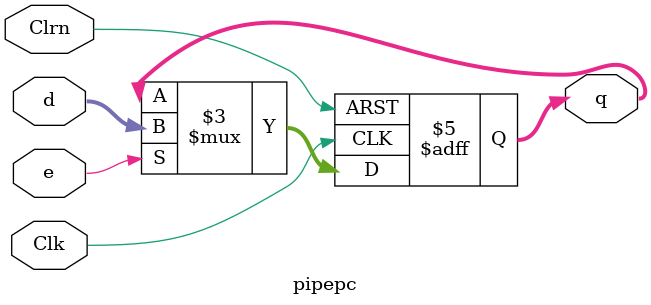
<source format=v>
`timescale 1ns / 1ps
module pipepc(d,e,Clk,Clrn,q);
    input [31:0]d;
    input Clk,Clrn,e;
    output reg [31:0]q;
    always @(posedge Clk or negedge Clrn)    
        if(Clrn == 0)begin
              q <= 0 ;
        end else begin
        if(e)
             q<=d;
        end
endmodule
</source>
